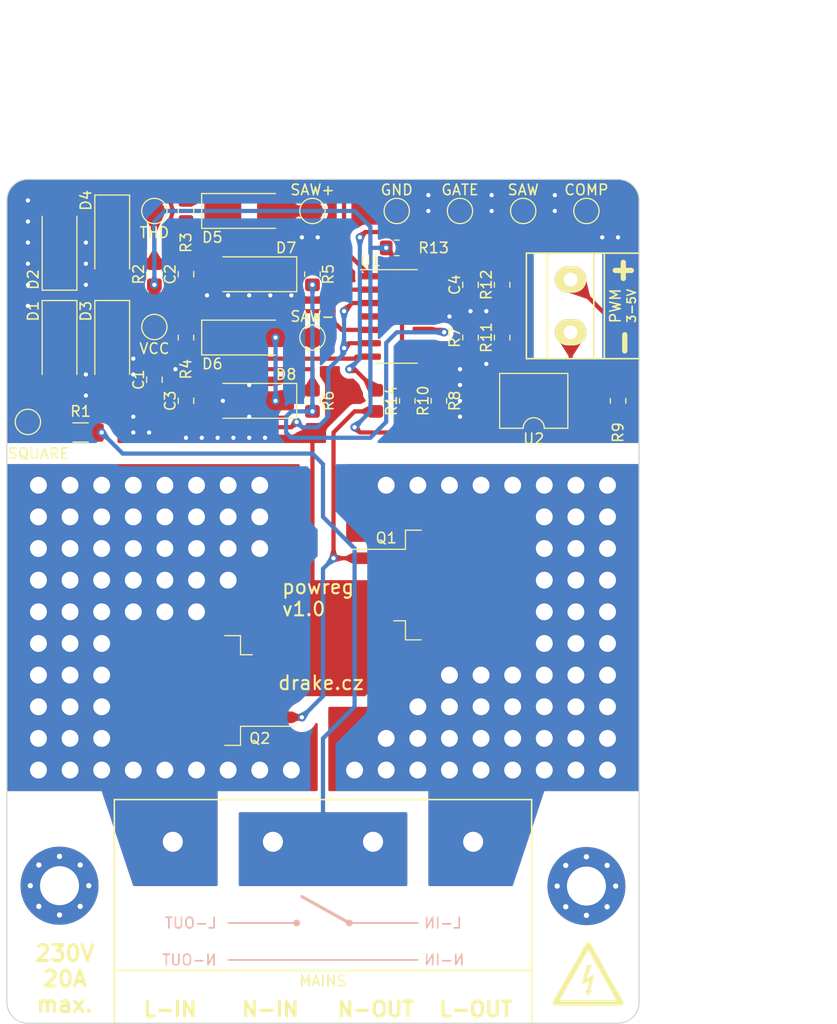
<source format=kicad_pcb>
(kicad_pcb (version 20230410) (generator pcbnew)
  (layers (0 "F.Cu" signal) (31 "B.Cu" signal) (34 "B.Paste" user) (35 "F.Paste" user) (36 "B.SilkS" user "B.Silkscreen") (37 "F.SilkS" user "F.Silkscreen") (38 "B.Mask" user) (39 "F.Mask" user) (44 "Edge.Cuts" user))
  (net 0 "")
  (net 1 "VCC")
  (net 2 "GND")
  (net 3 "Net-(D5-A)")
  (net 4 "Net-(D6-A)")
  (net 5 "Net-(U1D-+)")
  (net 6 "Net-(D1-K)")
  (net 7 "Net-(D1-A)")
  (net 8 "Net-(D4-A)")
  (net 9 "Net-(D5-K)")
  (net 10 "Net-(D6-K)")
  (net 11 "/MAINS_N")
  (net 12 "/MAINS_L_IN")
  (net 13 "/MAINS_L_OUT")
  (net 14 "Net-(J2-Pin_1)")
  (net 15 "Net-(J2-Pin_2)")
  (net 16 "Net-(Q1-G)")
  (net 17 "Net-(U1C-+)")
  (net 18 "Net-(U1C--)")
  (net 19 "Net-(R10-Pad1)")
  (net 20 "Net-(R9-Pad2)")
  (net 21 "Net-(U1D--)")
  (net 22 "Net-(R11-Pad2)")
  (net 23 "Net-(R14-Pad1)")
  (footprint "Diode_SMD:D_SMA_Handsoldering" (layer "F.Cu") (at 123 73)
    (fp_text reference "D5")
    (fp_text value "SS13A")
  )
  (footprint "Resistor_SMD:R_0805_2012Metric_Pad1.20x1.40mm_HandSolder" (layer "F.Cu") (at 147 80 -90)
    (fp_text reference "R12")
    (fp_text value "100k")
  )
  (footprint "Resistor_SMD:R_1206_3216Metric_Pad1.30x1.75mm_HandSolder" (layer "F.Cu") (at 107 94 180)
    (fp_text reference "R1")
    (fp_text value "100k (250mW min.)")
  )
  (footprint "TestPoint:TestPoint_Pad_D2.0mm" (layer "F.Cu") (at 143 73)
    (fp_text reference "TP8" hide)
    (fp_text value "GATE")
  )
  (footprint "Capacitor_SMD:C_0805_2012Metric_Pad1.18x1.45mm_HandSolder" (layer "F.Cu") (at 114 89 -90)
    (fp_text reference "C1")
    (fp_text value "10u/25V")
  )
  (footprint "Package_TO_SOT_SMD:TO-263-2" (layer "F.Cu") (at 142.65 108.46)
    (fp_text reference "Q1")
    (fp_text value "WMM38N60C2")
  )
  (footprint "Capacitor_SMD:C_0805_2012Metric_Pad1.18x1.45mm_HandSolder" (layer "F.Cu") (at 117 91 -90)
    (fp_text reference "C3")
    (fp_text value "100n")
  )
  (footprint "TestPoint:TestPoint_Pad_D2.0mm" (layer "F.Cu") (at 102 93)
    (fp_text reference "TP1" hide)
    (fp_text value "SQUARE")
  )
  (footprint "MountingHole:MountingHole_3.7mm_Pad_Via" (layer "F.Cu") (at 105 136.962221)
    (fp_text reference "H1" hide)
    (fp_text value "MountingHole")
  )
  (footprint "Resistor_SMD:R_0805_2012Metric_Pad1.20x1.40mm_HandSolder" (layer "F.Cu") (at 114 79 90)
    (fp_text reference "R2")
    (fp_text value "1M")
  )
  (footprint "Capacitor_SMD:C_0805_2012Metric_Pad1.18x1.45mm_HandSolder" (layer "F.Cu") (at 144 80 90)
    (fp_text reference "C4")
    (fp_text value "100n")
  )
  (footprint "Diode_SMD:D_SMA_Handsoldering" (layer "F.Cu") (at 110 76 -90)
    (fp_text reference "D4")
    (fp_text value "SS13A")
  )
  (footprint "Resistor_SMD:R_0805_2012Metric_Pad1.20x1.40mm_HandSolder" (layer "F.Cu") (at 158 91 -90)
    (fp_text reference "R9")
    (fp_text value "270")
  )
  (footprint "Package_TO_SOT_SMD:TO-263-2" (layer "F.Cu") (at 117.35 118.46 180)
    (fp_text reference "Q2")
    (fp_text value "WMM38N60C2")
  )
  (footprint "MountingHole:MountingHole_3.7mm_Pad_Via" (layer "F.Cu") (at 155 137)
    (fp_text reference "H2" hide)
    (fp_text value "MountingHole")
  )
  (footprint "Diode_SMD:D_SMA_Handsoldering" (layer "F.Cu") (at 123 79 180)
    (fp_text reference "D7")
    (fp_text value "SS13A")
  )
  (footprint "Resistor_SMD:R_0805_2012Metric_Pad1.20x1.40mm_HandSolder" (layer "F.Cu") (at 141 91 -90)
    (fp_text reference "R8")
    (fp_text value "100k")
  )
  (footprint "Resistor_SMD:R_0805_2012Metric_Pad1.20x1.40mm_HandSolder" (layer "F.Cu") (at 129 79 -90)
    (fp_text reference "R5")
    (fp_text value "1M")
  )
  (footprint "Resistor_SMD:R_0805_2012Metric_Pad1.20x1.40mm_HandSolder" (layer "F.Cu") (at 117 73 -90)
    (fp_text reference "R3")
    (fp_text value "220k")
  )
  (footprint "Diode_SMD:D_SMA_Handsoldering" (layer "F.Cu") (at 105 86 -90)
    (fp_text reference "D1")
    (fp_text value "ES1J")
  )
  (footprint "Resistor_SMD:R_0805_2012Metric_Pad1.20x1.40mm_HandSolder" (layer "F.Cu") (at 138 91 90)
    (fp_text reference "R10")
    (fp_text value "20k")
  )
  (footprint "TestPoint:TestPoint_Pad_D2.0mm" (layer "F.Cu") (at 149 73)
    (fp_text reference "TP6" hide)
    (fp_text value "SAW")
  )
  (footprint "Resistor_SMD:R_0805_2012Metric_Pad1.20x1.40mm_HandSolder" (layer "F.Cu") (at 137 76.5 180)
    (fp_text reference "R13")
    (fp_text value "1M")
  )
  (footprint "Diode_SMD:D_SMA_Handsoldering" (layer "F.Cu") (at 110 86 -90)
    (fp_text reference "D3")
    (fp_text value "SS13A")
  )
  (footprint "TestPoint:TestPoint_Pad_D2.0mm" (layer "F.Cu") (at 129 73)
    (fp_text reference "TP4" hide)
    (fp_text value "SAW+")
  )
  (footprint "Capacitor_SMD:C_0805_2012Metric_Pad1.18x1.45mm_HandSolder" (layer "F.Cu") (at 117 79 -90)
    (fp_text reference "C2")
    (fp_text value "100n")
  )
  (footprint "TestPoint:TestPoint_Pad_D2.0mm" (layer "F.Cu") (at 155 73)
    (fp_text reference "TP7" hide)
    (fp_text value "COMP")
  )
  (footprint "Package_DIP:SMDIP-4_W9.53mm" (layer "F.Cu") (at 150 91 180)
    (fp_text reference "U2")
    (fp_text value "LTV-817S")
  )
  (footprint "Package_SO:SOIC-14_3.9x8.7mm_P1.27mm" (layer "F.Cu") (at 137 83)
    (fp_text reference "U1")
    (fp_text value "LM324")
  )
  (footprint "Drake:DG301-5.0-02" (layer "F.Cu") (at 153.5 84.5 90)
    (fp_text reference "J2" hide)
    (fp_text value "PWM")
  )
  (footprint "Resistor_SMD:R_0805_2012Metric_Pad1.20x1.40mm_HandSolder" (layer "F.Cu") (at 135 91 -90)
    (fp_text reference "R14")
    (fp_text value "3R9")
  )
  (footprint "Diode_SMD:D_SMA_Handsoldering" (layer "F.Cu") (at 105 76 90)
    (fp_text reference "D2")
    (fp_text value "1SMA4747A")
  )
  (footprint "TestPoint:TestPoint_Pad_D2.0mm" (layer "F.Cu") (at 129 85)
    (fp_text reference "TP5" hide)
    (fp_text value "SAW-")
  )
  (footprint "TestPoint:TestPoint_Pad_D2.0mm" (layer "F.Cu") (at 114 73)
    (fp_text reference "TP3" hide)
    (fp_text value "THD")
  )
  (footprint "Resistor_SMD:R_0805_2012Metric_Pad1.20x1.40mm_HandSolder" (layer "F.Cu") (at 117 85 -90)
    (fp_text reference "R4")
    (fp_text value "220k")
  )
  (footprint "Drake:HB-9500-4P" (layer "F.Cu") (at 115.75 132.8)
    (fp_text reference "J1" hide)
    (fp_text value "MAINS")
  )
  (footprint "Diode_SMD:D_SMA_Handsoldering" (layer "F.Cu") (at 123 91 180)
    (fp_text reference "D8")
    (fp_text value "SS13A")
  )
  (footprint "Resistor_SMD:R_0805_2012Metric_Pad1.20x1.40mm_HandSolder" (layer "F.Cu") (at 129 91 -90)
    (fp_text reference "R6")
    (fp_text value "1M")
  )
  (footprint "Diode_SMD:D_SMA_Handsoldering" (layer "F.Cu") (at 123 85)
    (fp_text reference "D6")
    (fp_text value "SS13A")
  )
  (footprint "Resistor_SMD:R_0805_2012Metric_Pad1.20x1.40mm_HandSolder" (layer "F.Cu") (at 144 85 -90)
    (fp_text reference "R7")
    (fp_text value "82k")
  )
  (footprint "TestPoint:TestPoint_Pad_D2.0mm" (layer "F.Cu") (at 114 84)
    (fp_text reference "TP2" hide)
    (fp_text value "VCC")
  )
  (footprint "TestPoint:TestPoint_Pad_D2.0mm" (layer "F.Cu") (at 137 73)
    (fp_text reference "TP9" hide)
    (fp_text value "GND")
  )
  (footprint "Resistor_SMD:R_0805_2012Metric_Pad1.20x1.40mm_HandSolder" (layer "F.Cu") (at 147 85 -90)
    (fp_text reference "R11")
    (fp_text value "100k")
  )
  (gr_line (start 139 144) (end 121 144) (stroke (width 0.15)) (layer "B.SilkS"))
  (gr_circle (center 127.5 140.5) (end 127.75 140.5) (stroke (width 0.15)) (fill solid) (layer "B.SilkS"))
  (gr_line (start 132.5 140.5) (end 128 138) (stroke (width 0.3)) (layer "B.SilkS"))
  (gr_circle (center 132.5 140.5) (end 132.75 140.5) (stroke (width 0.15)) (fill solid) (layer "B.SilkS"))
  (gr_line (start 127.5 140.5) (end 121 140.5) (stroke (width 0.15)) (layer "B.SilkS"))
  (gr_line (start 139 140.5) (end 132.5 140.5) (stroke (width 0.15)) (layer "B.SilkS"))
  (gr_poly (pts (xy 155.193942 142.325955) (xy 155.205652 142.327055) (xy 155.217341 142.328734) (xy 155.228989 142.330999) (xy 155.240575 142.333855) (xy 155.252077 142.337308) (xy 155.263476 142.341364) (xy 155.274751 142.346028) (xy 155.28588 142.351307) (xy 155.296843 142.357205) (xy 155.307504 142.363649) (xy 155.317715 142.37055) (xy 155.327472 142.377887) (xy 155.336768 142.38564) (xy 155.345598 142.393787) (xy 155.353956 142.402309) (xy 155.361837 142.411185) (xy 155.369234 142.420393) (xy 155.376143 142.429913) (xy 155.382557 142.439724) (xy 155.388471 142.449806) (xy 155.393879 142.460137) (xy 155.398776 142.470698) (xy 155.403156 142.481466) (xy 155.407013 142.492423) (xy 155.410341 142.503546) (xy 155.413135 142.514816) (xy 155.41539 142.52621) (xy 155.417099 142.53771) (xy 155.418257 142.549293) (xy 155.418858 142.56094) (xy 155.418897 142.572629) (xy 155.418367 142.58434) (xy 155.417264 142.596052) (xy 155.415581 142.607745) (xy 155.413313 142.619396) (xy 155.410455 142.630987) (xy 155.407 142.642496) (xy 155.402943 142.653902) (xy 155.398278 142.665185) (xy 155.393 142.676324) (xy 155.387102 142.687298) (xy 152.240931 148.20303) (xy 152.236645 148.210283) (xy 152.232148 148.217331) (xy 152.227446 148.224174) (xy 152.222545 148.230809) (xy 152.217452 148.237234) (xy 152.212174 148.243449) (xy 152.206716 148.249451) (xy 152.201085 148.255238) (xy 152.195287 148.260809) (xy 152.189329 148.266163) (xy 152.183218 148.271296) (xy 152.176958 148.276209) (xy 152.170557 148.280898) (xy 152.164022 148.285363) (xy 152.157358 148.289602) (xy 152.150572 148.293612) (xy 152.14367 148.297392) (xy 152.136658 148.300941) (xy 152.129544 148.304257) (xy 152.122333 148.307338) (xy 152.115032 148.310182) (xy 152.107647 148.312788) (xy 152.09265 148.317277) (xy 152.077394 148.320793) (xy 152.069685 148.322181) (xy 152.06193 148.323321) (xy 152.054136 148.32421) (xy 152.046309 148.324848) (xy 152.038455 148.325231) (xy 152.030585 148.32536) (xy 152.022956 148.325238) (xy 152.015318 148.32487) (xy 152.007681 148.324257) (xy 152.00005 148.323397) (xy 151.992431 148.322289) (xy 151.984828 148.320931) (xy 151.977248 148.319323) (xy 151.969696 148.317463) (xy 151.962178 148.315351) (xy 151.954699 148.312986) (xy 151.947265 148.310366) (xy 151.93988 148.30749) (xy 151.932552 148.304357) (xy 151.925285 148.300967) (xy 151.918084 148.297317) (xy 151.910956 148.293408) (xy 151.900295 148.286968) (xy 151.890083 148.280071) (xy 151.880326 148.272737) (xy 151.87103 148.264987) (xy 151.862199 148.256842) (xy 151.853841 148.248323) (xy 151.845959 148.23945) (xy 151.838561 148.230244) (xy 151.831652 148.220725) (xy 151.825236 148.210915) (xy 151.819321 148.200835) (xy 151.813912 148.190504) (xy 151.809013 148.179944) (xy 151.804632 148.169175) (xy 151.800773 148.158219) (xy 151.797442 148.147095) (xy 151.794645 148.135825) (xy 151.792387 148.12443) (xy 151.790675 148.112929) (xy 151.789513 148.101345) (xy 151.788908 148.089697) (xy 151.788864 148.078006) (xy 151.789388 148.066293) (xy 151.790486 148.05458) (xy 151.792162 148.042885) (xy 151.794423 148.031231) (xy 151.797275 148.019638) (xy 151.800722 148.008127) (xy 151.80477 147.996718) (xy 151.809426 147.985433) (xy 151.814695 147.974291) (xy 151.820582 147.963314) (xy 154.966757 142.447567) (xy 154.973202 142.436906) (xy 154.980104 142.426694) (xy 154.987443 142.416936) (xy 154.995198 142.407638) (xy 155.003348 142.398805) (xy 155.011873 142.390444) (xy 155.020752 142.38256) (xy 155.029963 142.375158) (xy 155.039487 142.368246) (xy 155.049301 142.361827) (xy 155.059387 142.355908) (xy 155.069722 142.350495) (xy 155.080286 142.345594) (xy 155.091058 142.341209) (xy 155.102017 142.337347) (xy 155.113143 142.334013) (xy 155.124415 142.331214) (xy 155.135812 142.328955) (xy 155.147313 142.327241) (xy 155.158897 142.326078) (xy 155.170544 142.325472) (xy 155.182232 142.32543)) (stroke (width 0.014405)) (fill solid) (layer "F.SilkS"))
  (gr_poly (pts (xy 155.184965 142.325515) (xy 155.196607 142.3262) (xy 155.208181 142.327442) (xy 155.219668 142.329236) (xy 155.231045 142.331576) (xy 155.242294 142.334456) (xy 155.253393 142.337869) (xy 155.264321 142.341811) (xy 155.275058 142.346274) (xy 155.285584 142.351253) (xy 155.295877 142.356742) (xy 155.305916 142.362736) (xy 155.315682 142.369227) (xy 155.325154 142.376211) (xy 155.33431 142.383682) (xy 155.343131 142.391632) (xy 155.351595 142.400057) (xy 155.359682 142.408951) (xy 155.367371 142.418308) (xy 155.374642 142.428121) (xy 155.381474 142.438385) (xy 155.387846 142.449093) (xy 158.483595 147.96484) (xy 158.489418 147.975858) (xy 158.494621 147.987037) (xy 158.499209 147.998356) (xy 158.503188 148.009795) (xy 158.506564 148.021332) (xy 158.509343 148.032948) (xy 158.511531 148.044621) (xy 158.513132 148.05633) (xy 158.514155 148.068055) (xy 158.514603 148.079776) (xy 158.514483 148.091471) (xy 158.513801 148.10312) (xy 158.512563 148.114702) (xy 158.510774 148.126196) (xy 158.508441 148.137582) (xy 158.505568 148.148838) (xy 158.502163 148.159945) (xy 158.49823 148.170881) (xy 158.493776 148.181626) (xy 158.488807 148.192159) (xy 158.483328 148.20246) (xy 158.477344 148.212506) (xy 158.470863 148.222279) (xy 158.46389 148.231757) (xy 158.45643 148.240919) (xy 158.44849 148.249744) (xy 158.440075 148.258213) (xy 158.431192 148.266304) (xy 158.421845 148.273997) (xy 158.412041 148.28127) (xy 158.401786 148.288103) (xy 158.391085 148.294476) (xy 158.384011 148.298253) (xy 158.376869 148.301779) (xy 158.369664 148.305056) (xy 158.362401 148.308084) (xy 158.355087 148.310865) (xy 158.347727 148.313399) (xy 158.340326 148.315687) (xy 158.33289 148.31773) (xy 158.325425 148.31953) (xy 158.317935 148.321086) (xy 158.310427 148.322401) (xy 158.302905 148.323474) (xy 158.295376 148.324307) (xy 158.287845 148.324901) (xy 158.280317 148.325257) (xy 158.272799 148.325375) (xy 158.272803 148.32536) (xy 158.256962 148.324839) (xy 158.241231 148.323288) (xy 158.225664 148.320721) (xy 158.21031 148.317153) (xy 158.195222 148.312599) (xy 158.180451 148.307074) (xy 158.166048 148.300592) (xy 158.152066 148.293169) (xy 158.138554 148.28482) (xy 158.125566 148.275559) (xy 158.113153 148.265402) (xy 158.101366 148.254363) (xy 158.090256 148.242457) (xy 158.079875 148.229699) (xy 158.070275 148.216104) (xy 158.061507 148.201687) (xy 154.965754 142.68594) (xy 154.959931 142.674923) (xy 154.954728 142.663745) (xy 154.950141 142.652428) (xy 154.946162 142.640993) (xy 154.942787 142.629459) (xy 154.940009 142.617848) (xy 154.937823 142.60618) (xy 154.936223 142.594477) (xy 154.935202 142.582757) (xy 154.934756 142.571043) (xy 154.934878 142.559355) (xy 154.935562 142.547714) (xy 154.936803 142.536139) (xy 154.938594 142.524653) (xy 154.940931 142.513275) (xy 154.943806 142.502026) (xy 154.947215 142.490927) (xy 154.951152 142.479999) (xy 154.95561 142.469261) (xy 154.960584 142.458736) (xy 154.966067 142.448443) (xy 154.972055 142.438403) (xy 154.978541 142.428637) (xy 154.98552 142.419165) (xy 154.992985 142.410009) (xy 155.000932 142.401188) (xy 155.009353 142.392724) (xy 155.018243 142.384637) (xy 155.027596 142.376948) (xy 155.037407 142.369677) (xy 155.04767 142.362845) (xy 155.058379 142.356472) (xy 155.069396 142.350633) (xy 155.080574 142.345417) (xy 155.091891 142.340817) (xy 155.103327 142.336828) (xy 155.114861 142.333445) (xy 155.126472 142.33066) (xy 155.13814 142.328468) (xy 155.149844 142.326864) (xy 155.161563 142.325841) (xy 155.173277 142.325393)) (stroke (width 0.014405)) (fill solid) (layer "F.SilkS"))
  (gr_poly (pts (xy 154.958315 145.744076) (xy 155.747023 145.433178) (xy 155.352557 146.881649) (xy 155.511866 146.877957) (xy 155.125105 147.450512) (xy 154.905192 146.862759) (xy 155.072035 146.851284) (xy 155.29954 145.994381) (xy 154.5563 146.290142) (xy 155.072035 144.490887) (xy 155.527048 144.490841)) (stroke (width 0.014405)) (fill solid) (layer "F.SilkS"))
  (gr_poly (pts (xy 152.030588 148.32536) (xy 152.030581 148.32536) (xy 152.030585 148.32536)) (stroke (width 0.014405)) (fill solid) (layer "F.SilkS"))
  (gr_line (start 155.176909 142.567425) (end 152.030733 148.083157) (stroke (width 0.014405)) (layer "F.SilkS"))
  (gr_line (start 149.8 145) (end 149.8 150) (stroke (width 0.15)) (layer "F.SilkS"))
  (gr_line (start 156.7 77) (end 160 77) (stroke (width 0.15)) (layer "F.SilkS"))
  (gr_line (start 110.2 145) (end 110.2 150) (stroke (width 0.15)) (layer "F.SilkS"))
  (gr_line (start 156.7 87) (end 160 87) (stroke (width 0.15)) (layer "F.SilkS"))
  (gr_poly (pts (xy 158.285111 147.841468) (xy 158.2974 147.842403) (xy 158.309512 147.843943) (xy 158.321429 147.846073) (xy 158.333138 147.848777) (xy 158.344622 147.852041) (xy 158.355867 147.855848) (xy 158.366858 147.860184) (xy 158.377579 147.865034) (xy 158.388014 147.870381) (xy 158.39815 147.876212) (xy 158.40797 147.88251) (xy 158.417459 147.88926) (xy 158.426603 147.896448) (xy 158.435385 147.904057) (xy 158.443791 147.912074) (xy 158.451806 147.920481) (xy 158.459414 147.929265) (xy 158.466599 147.938409) (xy 158.473348 147.947899) (xy 158.479644 147.95772) (xy 158.485472 147.967855) (xy 158.490818 147.978291) (xy 158.495666 147.989011) (xy 158.5 148) (xy 158.503806 148.011244) (xy 158.507068 148.022726) (xy 158.509771 148.034432) (xy 158.5119 148.046347) (xy 158.513439 148.058454) (xy 158.514374 148.07074) (xy 158.514689 148.083187) (xy 158.514369 148.095654) (xy 158.51343 148.107956) (xy 158.511888 148.120078) (xy 158.509758 148.132004) (xy 158.507054 148.14372) (xy 158.503793 148.15521) (xy 158.499988 148.16646) (xy 158.495656 148.177454) (xy 158.490811 148.188177) (xy 158.485468 148.198614) (xy 158.479644 148.20875) (xy 158.473351 148.21857) (xy 158.466607 148.228058) (xy 158.459425 148.237199) (xy 158.451822 148.245979) (xy 158.443811 148.254382) (xy 158.435409 148.262392) (xy 158.426631 148.269996) (xy 158.41749 148.277177) (xy 158.408004 148.283921) (xy 158.398186 148.290213) (xy 158.388053 148.296037) (xy 158.377618 148.301378) (xy 158.366897 148.306221) (xy 158.355906 148.310551) (xy 158.344659 148.314352) (xy 158.333172 148.317611) (xy 158.321459 148.320311) (xy 158.309537 148.322437) (xy 158.297419 148.323974) (xy 158.285121 148.324908) (xy 158.272658 148.325222) (xy 152.030733 148.325222) (xy 152.018281 148.324908) (xy 152.005991 148.323974) (xy 151.993881 148.322436) (xy 151.981963 148.320309) (xy 151.970255 148.317609) (xy 151.958771 148.31435) (xy 151.947526 148.310547) (xy 151.936536 148.306216) (xy 151.925815 148.301372) (xy 151.915379 148.296031) (xy 151.905244 148.290206) (xy 151.895424 148.283913) (xy 151.885935 148.277168) (xy 151.876792 148.269986) (xy 151.868009 148.262382) (xy 151.859603 148.25437) (xy 151.851589 148.245967) (xy 151.843981 148.237186) (xy 151.836795 148.228044) (xy 151.830047 148.218556) (xy 151.823751 148.208737) (xy 151.817922 148.198601) (xy 151.812577 148.188164) (xy 151.807729 148.177441) (xy 151.803395 148.166448) (xy 151.799589 148.155199) (xy 151.796327 148.14371) (xy 151.793624 148.131995) (xy 151.791495 148.12007) (xy 151.789956 148.107951) (xy 151.789021 148.095651) (xy 151.788706 148.083187) (xy 151.789021 148.07074) (xy 151.789955 148.058454) (xy 151.791494 148.046347) (xy 151.793622 148.034432) (xy 151.796324 148.022726) (xy 151.799584 148.011244) (xy 151.803389 148) (xy 151.807721 147.989011) (xy 151.812567 147.978291) (xy 151.817911 147.967855) (xy 151.823737 147.95772) (xy 151.830032 147.947899) (xy 151.836779 147.938409) (xy 151.843963 147.929265) (xy 151.851569 147.920481) (xy 151.859582 147.912074) (xy 151.867987 147.904057) (xy 151.876768 147.896448) (xy 151.88591 147.88926) (xy 151.895399 147.88251) (xy 151.905219 147.876212) (xy 151.915354 147.870381) (xy 151.92579 147.865034) (xy 151.936511 147.860184) (xy 151.947503 147.855848) (xy 151.95875 147.852041) (xy 151.970236 147.848777) (xy 151.981947 147.846073) (xy 151.993867 147.843943) (xy 152.005982 147.842403) (xy 152.018276 147.841468) (xy 152.030733 147.841153) (xy 158.272658 147.841153)) (stroke (width 0.014405)) (fill solid) (layer "F.SilkS"))
  (gr_line (start 158 150) (end 102 150) (stroke (width 0.1)) (layer "Edge.Cuts"))
  (gr_line (start 160 72) (end 160 148) (stroke (width 0.1)) (layer "Edge.Cuts"))
  (gr_line (start 102 70) (end 158 70) (stroke (width 0.1)) (layer "Edge.Cuts"))
  (gr_arc (start 102 150) (mid 100.585786 149.414214) (end 100 148) (stroke (width 0.1)) (layer "Edge.Cuts"))
  (gr_arc (start 158 70) (mid 159.414214 70.585786) (end 160 72) (stroke (width 0.1)) (layer "Edge.Cuts"))
  (gr_arc (start 160 148) (mid 159.414214 149.414214) (end 158 150) (stroke (width 0.1)) (layer "Edge.Cuts"))
  (gr_line (start 100 148) (end 100 72) (stroke (width 0.1)) (layer "Edge.Cuts"))
  (gr_arc (start 100 72) (mid 100.585786 70.585786) (end 102 70) (stroke (width 0.1)) (layer "Edge.Cuts"))
  (gr_text "N-IN" (at 139.5 144) (layer "B.SilkS") (effects (font (size 1 1)) (justify right mirror)))
  (gr_text "L-IN" (at 139.5 140.5) (layer "B.SilkS") (effects (font (size 1 1)) (justify right mirror)))
  (gr_text "L-OUT" (at 120 140.5) (layer "B.SilkS") (effects (font (size 1 1)) (justify left mirror)))
  (gr_text "N-OUT" (at 120 144) (layer "B.SilkS") (effects (font (size 1 1)) (justify left mirror)))
  (gr_text "3-5V" (at 159.75 82 90) (layer "F.SilkS") (effects (font (size 0.8 0.8)) (justify bottom)))
  (gr_text "230V\n20A\nmax." (at 105.5 142.5) (layer "F.SilkS") (effects (font (size 1.5 1.5) (thickness 0.3) bold) (justify top)))
  (gr_text "drake.cz" (at 134 118.5) (layer "F.SilkS") (effects (font (size 1.3 1.3) (thickness 0.2)) (justify right bottom)))
  (gr_text "N-OUT" (at 135 149.5) (layer "F.SilkS") (effects (font (size 1.4 1.4) (thickness 0.3) bold) (justify bottom)))
  (gr_text "-" (at 158.5 85.5 90) (layer "F.SilkS") (effects (font (size 2 2) (thickness 0.5) bold)))
  (gr_text "+" (at 158.5 78.5) (layer "F.SilkS") (effects (font (size 2 2) (thickness 0.5) bold)))
  (gr_text "L-OUT" (at 144.5 149.5) (layer "F.SilkS") (effects (font (size 1.4 1.4) (thickness 0.3) bold) (justify bottom)))
  (gr_text "L-IN" (at 115.5 149.5) (layer "F.SilkS") (effects (font (size 1.4 1.4) (thickness 0.3) bold) (justify bottom)))
  (gr_text "N-IN" (at 125 149.5) (layer "F.SilkS") (effects (font (size 1.4 1.4) (thickness 0.3) bold) (justify bottom)))
  (gr_text "powreg\nv1.0\n" (at 126 111.5) (layer "F.SilkS") (effects (font (size 1.3 1.3) (thickness 0.2)) (justify left bottom)))
  (segment (start 114 84) (end 114 87.9625) (width 0.4) (layer "F.Cu") (net 1))
  (segment (start 143.505 94) (end 145.235 92.27) (width 0.4) (layer "F.Cu") (net 1))
  (segment (start 134.525 83) (end 136 83) (width 0.4) (layer "F.Cu") (net 1))
  (segment (start 136.5 82.5) (end 136.5 77) (width 0.4) (layer "F.Cu") (net 1))
  (segment (start 136.5 77) (end 136 76.5) (width 0.4) (layer "F.Cu") (net 1))
  (segment (start 110.5 84) (end 110 83.5) (width 0.4) (layer "F.Cu") (net 1))
  (segment (start 136 83) (end 136.5 82.5) (width 0.4) (layer "F.Cu") (net 1))
  (segment (start 114 84) (end 114 80) (width 0.4) (layer "F.Cu") (net 1))
  (segment (start 133.5 94) (end 143.505 94) (width 0.4) (layer "F.Cu") (net 1))
  (segment (start 114 84) (end 110.5 84) (width 0.4) (layer "F.Cu") (net 1))
  (segment (start 133 93.5) (end 133.5 94) (width 0.4) (layer "F.Cu") (net 1))
  (via (at 114 80) (size 0.8) (drill 0.4) (layers "F.Cu" "B.Cu") (net 1))
  (via (at 136 76.5) (size 0.8) (drill 0.4) (layers "F.Cu" "B.Cu") (net 1))
  (via (at 133 93.5) (size 0.8) (drill 0.4) (layers "F.Cu" "B.Cu") (net 1))
  (segment (start 133 73) (end 115 73) (width 0.4) (layer "B.Cu") (net 1))
  (segment (start 114 74) (end 114 80) (width 0.4) (layer "B.Cu") (net 1))
  (segment (start 134.5 78) (end 134.5 76.5) (width 0.4) (layer "B.Cu") (net 1))
  (segment (start 134.5 76.5) (end 136 76.5) (width 0.4) (layer "B.Cu") (net 1))
  (segment (start 133 93.5) (end 134.5 92) (width 0.4) (layer "B.Cu") (net 1))
  (segment (start 115 73) (end 114 74) (width 0.4) (layer "B.Cu") (net 1))
  (segment (start 134.5 74.5) (end 133 73) (width 0.4) (layer "B.Cu") (net 1))
  (segment (start 134.5 92) (end 134.5 78) (width 0.4) (layer "B.Cu") (net 1))
  (segment (start 134.5 78) (end 134.5 74.5) (width 0.4) (layer "B.Cu") (net 1))
  (segment (start 129 109) (end 129 94) (width 0.4) (layer "F.Cu") (net 2))
  (via (at 113.5 94) (size 0.8) (drill 0.4) (layers "F.Cu" "B.Cu") (net 2))
  (via (at 118.5 94.5) (size 0.8) (drill 0.4) (layers "F.Cu" "B.Cu") (net 2))
  (via (at 102 82) (size 0.8) (drill 0.4) (layers "F.Cu" "B.Cu") (net 2))
  (via (at 143 88) (size 0.8) (drill 0.4) (layers "F.Cu" "B.Cu") (net 2))
  (via (at 107.5 90.5) (size 0.8) (drill 0.4) (layers "F.Cu" "B.Cu") (net 2))
  (via (at 121.5 94.5) (size 0.8) (drill 0.4) (layers "F.Cu" "B.Cu") (net 2))
  (via (at 120.5 91) (size 0.8) (drill 0.4) (layers "F.Cu" "B.Cu") (net 2))
  (via (at 116 88) (size 0.8) (drill 0.4) (layers "F.Cu" "B.Cu") (net 2))
  (via (at 107.5 80) (size 0.8) (drill 0.4) (layers "F.Cu" "B.Cu") (net 2))
  (via (at 112 92.5) (size 0.8) (drill 0.4) (layers "F.Cu" "B.Cu") (net 2))
  (via (at 119 81) (size 0.8) (drill 0.4) (layers "F.Cu" "B.Cu") (net 2))
  (via (at 143 89.5) (size 0.8) (drill 0.4) (layers "F.Cu" "B.Cu") (net 2))
  (via (at 145.5 87.5) (size 0.8) (drill 0.4) (layers "F.Cu" "B.Cu") (net 2))
  (via (at 129.5 75.5) (size 0.8) (drill 0.4) (layers "F.Cu" "B.Cu") (net 2))
  (via (at 152 73) (size 0.8) (drill 0.4) (layers "F.Cu" "B.Cu") (net 2))
  (via (at 145.5 82.5) (size 0.8) (drill 0.4) (layers "F.Cu" "B.Cu") (net 2))
  (via (at 140 73) (size 0.8) (drill 0.4) (layers "F.Cu" "B.Cu") (net 2))
  (via (at 144 82.5) (size 0.8) (drill 0.4) (layers "F.Cu" "B.Cu") (net 2))
  (via (at 107.5 76) (size 0.8) (drill 0.4) (layers "F.Cu" "B.Cu") (net 2))
  (via (at 121 81) (size 0.8) (drill 0.4) (layers "F.Cu" "B.Cu") (net 2))
  (via (at 125 81) (size 0.8) (drill 0.4) (layers "F.Cu" "B.Cu") (net 2))
  (via (at 123 89.5) (size 0.8) (drill 0.4) (layers "F.Cu" "B.Cu") (net 2))
  (via (at 143 92.5) (size 0.8) (drill 0.4) (layers "F.Cu" "B.Cu") (net 2))
  (via (at 123 81) (size 0.8) (drill 0.4) (layers "F.Cu" "B.Cu") (net 2))
  (via (at 146 73) (size 0.8) (drill 0.4) (layers "F.Cu" "B.Cu") (net 2))
  (via (at 152 71.5) (size 0.8) (drill 0.4) (layers "F.Cu" "B.Cu") (net 2))
  (via (at 102 72) (size 0.8) (drill 0.4) (layers "F.Cu" "B.Cu") (net 2))
  (via (at 158 75.5) (size 0.8) (drill 0.4) (layers "F.Cu" "B.Cu") (net 2))
  (via (at 107.5 78) (size 0.8) (drill 0.4) (layers "F.Cu" "B.Cu") (net 2))
  (via (at 102 80) (size 0.8) (drill 0.4) (layers "F.Cu" "B.Cu") (net 2))
  (via (at 142 83) (size 0.8) (drill 0.4) (layers "F.Cu" "B.Cu") (net 2))
  (via (at 112 94) (size 0.8) (drill 0.4) (layers "F.Cu" "B.Cu") (net 2))
  (via (at 156.5 75.5) (size 0.8) (drill 0.4) (layers "F.Cu" "B.Cu") (net 2))
  (via (at 102 74) (size 0.8) (drill 0.4) (layers "F.Cu" "B.Cu") (net 2))
  (via (at 124.5 94.5) (size 0.8) (drill 0.4) (layers "F.Cu" "B.Cu") (net 2))
  (via (at 128 75.5) (size 0.8) (drill 0.4) (layers "F.Cu" "B.Cu") (net 2))
  (via (at 102 76) (size 0.8) (drill 0.4) (layers "F.Cu" "B.Cu") (net 2))
  (via (at 102 78) (size 0.8) (drill 0.4) (layers "F.Cu" "B.Cu") (net 2))
  (via (at 112 88.5) (size 0.8) (drill 0.4) (layers "F.Cu" "B.Cu") (net 2))
  (via (at 107.5 88.5) (size 0.8) (drill 0.4) (layers "F.Cu" "B.Cu") (net 2))
  (via (at 123 92.5) (size 0.8) (drill 0.4) (layers "F.Cu" "B.Cu") (net 2))
  (via (at 120 94.5) (size 0.8) (drill 0.4) (layers "F.Cu" "B.Cu") (net 2))
  (via (at 140 71.5) (size 0.8) (drill 0.4) (layers "F.Cu" "B.Cu") (net 2))
  (via (at 123 94.5) (size 0.8) (drill 0.4) (layers "F.Cu" "B.Cu") (net 2))
  (via (at 146 71.5) (size 0.8) (drill 0.4) (layers "F.Cu" "B.Cu") (net 2))
  (via (at 143 91) (size 0.8) (drill 0.4) (layers "F.Cu" "B.Cu") (net 2))
  (via (at 127 81) (size 0.8) (drill 0.4) (layers "F.Cu" "B.Cu") (net 2))
  (via (at 112 87) (size 0.8) (drill 0.4) (layers "F.Cu" "B.Cu") (net 2))
  (via (at 117 94.5) (size 0.8) (drill 0.4) (layers "F.Cu" "B.Cu") (net 2))
  (segment (start 125.5 73) (end 125.5 76) (width 0.4) (layer "F.Cu") (net 3))
  (segment (start 125.5 76) (end 125.5 79) (width 0.4) (layer "F.Cu") (net 3))
  (segment (start 129 73) (end 125.5 73) (width 0.4) (layer "F.Cu") (net 3))
  (segment (start 117 76) (end 117 77.9625) (width 0.4) (layer "F.Cu") (net 3))
  (segment (start 117 74) (end 117 76) (width 0.4) (layer "F.Cu") (net 3))
  (segment (start 126.5 78) (end 125.5 79) (width 0.4) (layer "F.Cu") (net 3))
  (segment (start 117 76) (end 125.5 76) (width 0.4) (layer "F.Cu") (net 3))
  (segment (start 129 78) (end 126.5 78) (width 0.4) (layer "F.Cu") (net 3))
  (segment (start 126.5 90) (end 125.5 91) (width 0.4) (layer "F.Cu") (net 4))
  (segment (start 129 90) (end 129 88) (width 0.4) (layer "F.Cu") (net 4))
  (segment (start 129 90) (end 126.5 90) (width 0.4) (layer "F.Cu") (net 4))
  (segment (start 117 88) (end 117 86) (width 0.4) (layer "F.Cu") (net 4))
  (segment (start 117 88) (end 129 88) (width 0.4) (layer "F.Cu") (net 4))
  (segment (start 117 89.9625) (end 117 88) (width 0.4) (layer "F.Cu") (net 4))
  (segment (start 129 85) (end 125.5 85) (width 0.4) (layer "F.Cu") (net 4))
  (via (at 125.5 85) (size 0.8) (drill 0.4) (layers "F.Cu" "B.Cu") (net 4))
  (via (at 125.5 91) (size 0.8) (drill 0.4) (layers "F.Cu" "B.Cu") (net 4))
  (segment (start 125.5 85) (end 125.5 91) (width 0.4) (layer "B.Cu") (net 4))
  (segment (start 139.475 81.73) (end 143.3075 81.73) (width 0.4) (layer "F.Cu") (net 5))
  (segment (start 149 77) (end 151 75) (width 0.4) (layer "F.Cu") (net 5))
  (segment (start 149 80) (end 149 77) (width 0.4) (layer "F.Cu") (net 5))
  (segment (start 148 81) (end 149 80) (width 0.4) (layer "F.Cu") (net 5))
  (segment (start 144.0375 81) (end 144 81.0375) (width 0.4) (layer "F.Cu") (net 5))
  (segment (start 143.3075 81.73) (end 144 81.0375) (width 0.4) (layer "F.Cu") (net 5))
  (segment (start 147 84) (end 147 81) (width 0.4) (layer "F.Cu") (net 5))
  (segment (start 153 75) (end 155 73) (width 0.4) (layer "F.Cu") (net 5))
  (segment (start 151 75) (end 153 75) (width 0.4) (layer "F.Cu") (net 5))
  (segment (start 147 81) (end 148 81) (width 0.4) (layer "F.Cu") (net 5))
  (segment (start 147 81) (end 144.0375 81) (width 0.4) (layer "F.Cu") (net 5))
  (segment (start 134.525 85.54) (end 132.46 85.54) (width 0.4) (layer "F.Cu") (net 6))
  (segment (start 127.5 93) (end 127 93.5) (width 0.4) (layer "F.Cu") (net 6))
  (segment (start 110 88.5) (end 105 83.5) (width 0.4) (layer "F.Cu") (net 6))
  (segment (start 105 78.5) (end 105 83.5) (width 0.4) (layer "F.Cu") (net 6))
  (segment (start 115 93.5) (end 110 88.5) (width 0.4) (layer "F.Cu") (net 6))
  (segment (start 132.46 85.54) (end 132 86) (width 0.4) (layer "F.Cu") (net 6))
  (segment (start 132.77 81.73) (end 132 82.5) (width 0.4) (layer "F.Cu") (net 6))
  (segment (start 134.525 81.73) (end 132.77 81.73) (width 0.4) (layer "F.Cu") (net 6))
  (segment (start 102 86.5) (end 105 83.5) (width 0.4) (layer "F.Cu") (net 6))
  (segment (start 127 93.5) (end 115 93.5) (width 0.4) (layer "F.Cu") (net 6))
  (segment (start 102 93) (end 102 86.5) (width 0.4) (layer "F.Cu") (net 6))
  (via (at 132 86) (size 0.8) (drill 0.4) (layers "F.Cu" "B.Cu") (net 6))
  (via (at 127.5 93) (size 0.8) (drill 0.4) (layers "F.Cu" "B.Cu") (net 6))
  (via (at 132 82.5) (size 0.8) (drill 0.4) (layers "F.Cu" "B.Cu") (net 6))
  (segment (start 130.5 88) (end 132 86.5) (width 0.4) (layer "B.Cu") (net 6))
  (segment (start 128 93.5) (end 129.5 93.5) (width 0.4) (layer "B.Cu") (net 6))
  (segment (start 130.5 92.5) (end 130.5 88) (width 0.4) (layer "B.Cu") (net 6))
  (segment (start 132 86.5) (end 132 86) (width 0.4) (layer "B.Cu") (net 6))
  (segment (start 132 82.5) (end 132 86) (width 0.4) (layer "B.Cu") (net 6))
  (segment (start 127.5 93) (end 128 93.5) (width 0.4) (layer "B.Cu") (net 6))
  (segment (start 129.5 93.5) (end 130.5 92.5) (width 0.4) (layer "B.Cu") (net 6))
  (segment (start 105.45 94) (end 105.45 88.95) (width 0.4) (layer "F.Cu") (net 7))
  (segment (start 105.45 88.95) (end 105 88.5) (width 0.4) (layer "F.Cu") (net 7))
  (segment (start 134.525 80.46) (end 132.04 80.46) (width 0.4) (layer "F.Cu") (net 8))
  (segment (start 114 73) (end 114 78) (width 0.4) (layer "F.Cu") (net 8))
  (segment (start 131 81.5) (end 131 82.5) (width 0.4) (layer "F.Cu") (net 8))
  (segment (start 114 78) (end 115 78) (width 0.4) (layer "F.Cu") (net 8))
  (segment (start 115.5 81.5) (end 116.5 82.5) (width 0.4) (layer "F.Cu") (net 8))
  (segment (start 131.77 84.27) (end 134.525 84.27) (width 0.4) (layer "F.Cu") (net 8))
  (segment (start 115 78) (end 115.5 78.5) (width 0.4) (layer "F.Cu") (net 8))
  (segment (start 115.5 78.5) (end 115.5 81.5) (width 0.4) (layer "F.Cu") (net 8))
  (segment (start 116.5 82.5) (end 131 82.5) (width 0.4) (layer "F.Cu") (net 8))
  (segment (start 110.5 78) (end 110 78.5) (width 0.4) (layer "F.Cu") (net 8))
  (segment (start 114 78) (end 110.5 78) (width 0.4) (layer "F.Cu") (net 8))
  (segment (start 131 82.5) (end 131 83.5) (width 0.4) (layer "F.Cu") (net 8))
  (segment (start 132.04 80.46) (end 131 81.5) (width 0.4) (layer "F.Cu") (net 8))
  (segment (start 131 83.5) (end 131.77 84.27) (width 0.4) (layer "F.Cu") (net 8))
  (segment (start 122 71) (end 120.5 72.5) (width 0.4) (layer "F.Cu") (net 9))
  (segment (start 117 72) (end 119.5 72) (width 0.4) (layer "F.Cu") (net 9))
  (segment (start 132 72) (end 131 71) (width 0.4) (layer "F.Cu") (net 9))
  (segment (start 132 76.665) (end 132 72) (width 0.4) (layer "F.Cu") (net 9))
  (segment (start 120.5 72.5) (end 120.5 73) (width 0.4) (layer "F.Cu") (net 9))
  (segment (start 134.525 79.19) (end 132 76.665) (width 0.4) (layer "F.Cu") (net 9))
  (segment (start 131 71) (end 122 71) (width 0.4) (layer "F.Cu") (net 9))
  (segment (start 119.5 72) (end 120.5 73) (width 0.4) (layer "F.Cu") (net 9))
  (segment (start 119.5 84) (end 120.5 85) (width 0.4) (layer "F.Cu") (net 10))
  (segment (start 122.5 87) (end 120.5 85) (width 0.4) (layer "F.Cu") (net 10))
  (segment (start 134.525 86.81) (end 133.19 86.81) (width 0.4) (layer "F.Cu") (net 10))
  (segment (start 133.19 86.81) (end 133 87) (width 0.4) (layer "F.Cu") (net 10))
  (segment (start 117 84) (end 119.5 84) (width 0.4) (layer "F.Cu") (net 10))
  (segment (start 133 87) (end 122.5 87) (width 0.4) (layer "F.Cu") (net 10))
  (segment (start 109 94) (end 108.55 94) (width 0.4) (layer "F.Cu") (net 11))
  (via (at 109 94) (size 0.8) (drill 0.4) (layers "F.Cu" "B.Cu") (net 11))
  (segment (start 130 123) (end 133 120) (width 0.4) (layer "B.Cu") (net 11))
  (segment (start 130 130) (end 130 123) (width 0.4) (layer "B.Cu") (net 11))
  (segment (start 129 96) (end 111 96) (width 0.4) (layer "B.Cu") (net 11))
  (segment (start 133 120) (end 133 105) (width 0.4) (layer "B.Cu") (net 11))
  (segment (start 111 96) (end 109 94) (width 0.4) (layer "B.Cu") (net 11))
  (segment (start 130 97) (end 129 96) (width 0.4) (layer "B.Cu") (net 11))
  (segment (start 130 102) (end 130 97) (width 0.4) (layer "B.Cu") (net 11))
  (segment (start 133 105) (end 130 102) (width 0.4) (layer "B.Cu") (net 11))
  (via (at 115 102) (size 2.2) (drill 1.6) (layers "F.Cu" "B.Cu") (net 12))
  (via (at 106 126) (size 2.2) (drill 1.6) (layers "F.Cu" "B.Cu") (net 12))
  (via (at 106 99) (size 2.2) (drill 1.6) (layers "F.Cu" "B.Cu") (net 12))
  (via (at 109 102) (size 2.2) (drill 1.6) (layers "F.Cu" "B.Cu") (net 12))
  (via (at 118 126) (size 2.2) (drill 1.6) (layers "F.Cu" "B.Cu") (net 12))
  (via (at 121 99) (size 2.2) (drill 1.6) (layers "F.Cu" "B.Cu") (net 12))
  (via (at 106 117) (size 2.2) (drill 1.6) (layers "F.Cu" "B.Cu") (net 12))
  (via (at 121 108) (size 2.2) (drill 1.6) (layers "F.Cu" "B.Cu") (net 12))
  (via (at 124 126) (size 2.2) (drill 1.6) (layers "F.Cu" "B.Cu") (net 12))
  (via (at 115 105) (size 2.2) (drill 1.6) (layers "F.Cu" "B.Cu") (net 12))
  (via (at 127 126) (size 2.2) (drill 1.6) (layers "F.Cu" "B.Cu") (net 12))
  (via (at 118 111) (size 2.2) (drill 1.6) (layers "F.Cu" "B.Cu") (net 12))
  (via (at 115 99) (size 2.2) (drill 1.6) (layers "F.Cu" "B.Cu") (net 12))
  (via (at 103 99) (size 2.2) (drill 1.6) (layers "F.Cu" "B.Cu") (net 12))
  (via (at 109 123) (size 2.2) (drill 1.6) (layers "F.Cu" "B.Cu") (net 12))
  (via (at 124 99) (size 2.2) (drill 1.6) (layers "F.Cu" "B.Cu") (net 12))
  (via (at 112 99) (size 2.2) (drill 1.6) (layers "F.Cu" "B.Cu") (net 12))
  (via (at 103 117) (size 2.2) (drill 1.6) (layers "F.Cu" "B.Cu") (net 12))
  (via (at 112 126) (size 2.2) (drill 1.6) (layers "F.Cu" "B.Cu") (net 12))
  (via (at 106 108) (size 2.2) (drill 1.6) (layers "F.Cu" "B.Cu") (net 12))
  (via (at 103 102) (size 2.2) (drill 1.6) (layers "F.Cu" "B.Cu") (net 12))
  (via (at 115 111) (size 2.2) (drill 1.6) (layers "F.Cu" "B.Cu") (net 12))
  (via (at 106 102) (size 2.2) (drill 1.6) (layers "F.Cu" "B.Cu") (net 12))
  (via (at 106 123) (size 2.2) (drill 1.6) (layers "F.Cu" "B.Cu") (net 12))
  (via (at 112 105) (size 2.2) (drill 1.6) (layers "F.Cu" "B.Cu") (net 12))
  (via (at 121 105) (size 2.2) (drill 1.6) (layers "F.Cu" "B.Cu") (net 12))
  (via (at 103 108) (size 2.2) (drill 1.6) (layers "F.Cu" "B.Cu") (net 12))
  (via (at 109 120) (size 2.2) (drill 1.6) (layers "F.Cu" "B.Cu") (net 12))
  (via (at 103 105) (size 2.2) (drill 1.6) (layers "F.Cu" "B.Cu") (net 12))
  (via (at 109 111) (size 2.2) (drill 1.6) (layers "F.Cu" "B.Cu") (net 12))
  (via (at 115 108) (size 2.2) (drill 1.6) (layers "F.Cu" "B.Cu") (net 12))
  (via (at 103 126) (size 2.2) (drill 1.6) (layers "F.Cu" "B.Cu") (net 12))
  (via (at 112 102) (size 2.2) (drill 1.6) (layers "F.Cu" "B.Cu") (net 12))
  (via (at 109 114) (size 2.2) (drill 1.6) (layers "F.Cu" "B.Cu") (net 12))
  (via (at 106 120) (size 2.2) (drill 1.6) (layers "F.Cu" "B.Cu") (net 12))
  (via (at 118 105) (size 2.2) (drill 1.6) (layers "F.Cu" "B.Cu") (net 12))
  (via (at 103 120) (size 2.2) (drill 1.6) (layers "F.Cu" "B.Cu") (net 12))
  (via (at 109 108) (size 2.2) (drill 1.6) (layers "F.Cu" "B.Cu") (net 12))
  (via (at 109 99) (size 2.2) (drill 1.6) (layers "F.Cu" "B.Cu") (net 12))
  (via (at 112 108) (size 2.2) (drill 1.6) (layers "F.Cu" "B.Cu") (net 12))
  (via (at 103 111) (size 2.2) (drill 1.6) (layers "F.Cu" "B.Cu") (net 12))
  (via (at 118 99) (size 2.2) (drill 1.6) (layers "F.Cu" "B.Cu") (net 12))
  (via (at 103 123) (size 2.2) (drill 1.6) (layers "F.Cu" "B.Cu") (net 12))
  (via (at 124 102) (size 2.2) (drill 1.6) (layers "F.Cu" "B.Cu") (net 12))
  (via (at 121 126) (size 2.2) (drill 1.6) (layers "F.Cu" "B.Cu") (net 12))
  (via (at 112 111) (size 2.2) (drill 1.6) (layers "F.Cu" "B.Cu") (net 12))
  (via (at 106 111) (size 2.2) (drill 1.6) (layers "F.Cu" "B.Cu") (net 12))
  (via (at 118 108) (size 2.2) (drill 1.6) (layers "F.Cu" "B.Cu") (net 12))
  (via (at 118 102) (size 2.2) (drill 1.6) (layers "F.Cu" "B.Cu") (net 12))
  (via (at 106 114) (size 2.2) (drill 1.6) (layers "F.Cu" "B.Cu") (net 12))
  (via (at 115 126) (size 2.2) (drill 1.6) (layers "F.Cu" "B.Cu") (net 12))
  (via (at 103 114) (size 2.2) (drill 1.6) (layers "F.Cu" "B.Cu") (net 12))
  (via (at 106 105) (size 2.2) (drill 1.6) (layers "F.Cu" "B.Cu") (net 12))
  (via (at 124 105) (size 2.2) (drill 1.6) (layers "F.Cu" "B.Cu") (net 12))
  (via (at 109 105) (size 2.2) (drill 1.6) (layers "F.Cu" "B.Cu") (net 12))
  (via (at 121 102) (size 2.2) (drill 1.6) (layers "F.Cu" "B.Cu") (net 12))
  (via (at 109 117) (size 2.2) (drill 1.6) (layers "F.Cu" "B.Cu") (net 12))
  (via (at 109 126) (size 2.2) (drill 1.6) (layers "F.Cu" "B.Cu") (net 12))
  (via (at 145 99) (size 2.2) (drill 1.6) (layers "F.Cu" "B.Cu") (net 13))
  (via (at 139 99) (size 2.2) (drill 1.6) (layers "F.Cu" "B.Cu") (net 13))
  (via (at 151 102) (size 2.2) (drill 1.6) (layers "F.Cu" "B.Cu") (net 13))
  (via (at 157 126) (size 2.2) (drill 1.6) (layers "F.Cu" "B.Cu") (net 13))
  (via (at 154 117) (size 2.2) (drill 1.6) (layers "F.Cu" "B.Cu") (net 13))
  (via (at 136 123) (size 2.2) (drill 1.6) (layers "F.Cu" "B.Cu") (net 13))
  (via (at 151 117) (size 2.2) (drill 1.6) (layers "F.Cu" "B.Cu") (net 13))
  (via (at 151 123) (size 2.2) (drill 1.6) (layers "F.Cu" "B.Cu") (net 13))
  (via (at 157 99) (size 2.2) (drill 1.6) (layers "F.Cu" "B.Cu") (net 13))
  (via (at 157 111) (size 2.2) (drill 1.6) (layers "F.Cu" "B.Cu") (net 13))
  (via (at 151 105) (size 2.2) (drill 1.6) (layers "F.Cu" "B.Cu") (net 13))
  (via (at 154 111) (size 2.2) (drill 1.6) (layers "F.Cu" "B.Cu") (net 13))
  (via (at 154 108) (size 2.2) (drill 1.6) (layers "F.Cu" "B.Cu") (net 13))
  (via (at 148 117) (size 2.2) (drill 1.6) (layers "F.Cu" "B.Cu") (net 13))
  (via (at 145 123) (size 2.2) (drill 1.6) (layers "F.Cu" "B.Cu") (net 13))
  (via (at 151 126) (size 2.2) (drill 1.6) (layers "F.Cu" "B.Cu") (net 13))
  (via (at 154 126) (size 2.2) (drill 1.6) (layers "F.Cu" "B.Cu") (net 13))
  (via (at 154 114) (size 2.2) (drill 1.6) (layers "F.Cu" "B.Cu") (net 13))
  (via (at 154 105) (size 2.2) (drill 1.6) (layers "F.Cu" "B.Cu") (net 13))
  (via (at 139 120) (size 2.2) (drill 1.6) (layers "F.Cu" "B.Cu") (net 13))
  (via (at 142 126) (size 2.2) (drill 1.6) (layers "F.Cu" "B.Cu") (net 13))
  (via (at 148 123) (size 2.2) (drill 1.6) (layers "F.Cu" "B.Cu") (net 13))
  (via (at 157 114) (size 2.2) (drill 1.6) (layers "F.Cu" "B.Cu") (net 13))
  (via (at 151 108) (size 2.2) (drill 1.6) (layers "F.Cu" "B.Cu") (net 13))
  (via (at 145 117) (size 2.2) (drill 1.6) (layers "F.Cu" "B.Cu") (net 13))
  (via (at 154 102) (size 2.2) (drill 1.6) (layers "F.Cu" "B.Cu") (net 13))
  (via (at 133 126) (size 2.2) (drill 1.6) (layers "F.Cu" "B.Cu") (net 13))
  (via (at 145 120) (size 2.2) (drill 1.6) (layers "F.Cu" "B.Cu") (net 13))
  (via (at 157 102) (size 2.2) (drill 1.6) (layers "F.Cu" "B.Cu") (net 13))
  (via (at 157 117) (size 2.2) (drill 1.6) (layers "F.Cu" "B.Cu") (net 13))
  (via (at 154 99) (size 2.2) (drill 1.6) (layers "F.Cu" "B.Cu") (net 13))
  (via (at 136 126) (size 2.2) (drill 1.6) (layers "F.Cu" "B.Cu") (net 13))
  (via (at 151 99) (size 2.2) (drill 1.6) (layers "F.Cu" "B.Cu") (net 13))
  (via (at 142 99) (size 2.2) (drill 1.6) (layers "F.Cu" "B.Cu") (net 13))
  (via (at 151 111) (size 2.2) (drill 1.6) (layers "F.Cu" "B.Cu") (net 13))
  (via (at 154 120) (size 2.2) (drill 1.6) (layers "F.Cu" "B.Cu") (net 13))
  (via (at 142 120) (size 2.2) (drill 1.6) (layers "F.Cu" "B.Cu") (net 13))
  (via (at 157 105) (size 2.2) (drill 1.6) (layers "F.Cu" "B.Cu") (net 13))
  (via (at 148 99) (size 2.2) (drill 1.6) (layers "F.Cu" "B.Cu") (net 13))
  (via (at 139 123) (size 2.2) (drill 1.6) (layers "F.Cu" "B.Cu") (net 13))
  (via (at 142 117) (size 2.2) (drill 1.6) (layers "F.Cu" "B.Cu") (net 13))
  (via (at 157 120) (size 2.2) (drill 1.6) (layers "F.Cu" "B.Cu") (net 13))
  (via (at 142 123) (size 2.2) (drill 1.6) (layers "F.Cu" "B.Cu") (net 13))
  (via (at 157 108) (size 2.2) (drill 1.6) (layers "F.Cu" "B.Cu") (net 13))
  (via (at 157 123) (size 2.2) (drill 1.6) (layers "F.Cu" "B.Cu") (net 13))
  (via (at 151 114) (size 2.2) (drill 1.6) (layers "F.Cu" "B.Cu") (net 13))
  (via (at 139 126) (size 2.2) (drill 1.6) (layers "F.Cu" "B.Cu") (net 13))
  (via (at 148 120) (size 2.2) (drill 1.6) (layers "F.Cu" "B.Cu") (net 13))
  (via (at 154 123) (size 2.2) (drill 1.6) (layers "F.Cu" "B.Cu") (net 13))
  (via (at 136 99) (size 2.2) (drill 1.6) (layers "F.Cu" "B.Cu") (net 13))
  (via (at 148 126) (size 2.2) (drill 1.6) (layers "F.Cu" "B.Cu") (net 13))
  (via (at 151 120) (size 2.2) (drill 1.6) (layers "F.Cu" "B.Cu") (net 13))
  (via (at 145 126) (size 2.2) (drill 1.6) (layers "F.Cu" "B.Cu") (net 13))
  (segment (start 154.765 89.73) (end 153.5 88.465) (width 0.4) (layer "F.Cu") (net 14))
  (segment (start 153.5 88.465) (end 153.5 84.5) (width 0.4) (layer "F.Cu") (net 14))
  (segment (start 158 90) (end 158 84) (width 0.4) (layer "F.Cu") (net 15))
  (segment (start 158 84) (end 153.5 79.5) (width 0.4) (layer "F.Cu") (net 15))
  (segment (start 133 92) (end 135 92) (width 0.4) (layer "F.Cu") (net 16))
  (segment (start 131 94) (end 133 92) (width 0.4) (layer "F.Cu") (net 16))
  (segment (start 131 105.92) (end 131 94) (width 0.4) (layer "F.Cu") (net 16))
  (segment (start 131 105.92) (end 135 105.92) (width 0.4) (layer "F.Cu") (net 16))
  (segment (start 125 121) (end 128 121) (width 0.4) (layer "F.Cu") (net 16))
  (via (at 128 121) (size 0.8) (drill 0.4) (layers "F.Cu" "B.Cu") (net 16))
  (via (at 131 105.92) (size 0.8) (drill 0.4) (layers "F.Cu" "B.Cu") (net 16))
  (segment (start 130 106.92) (end 130 119) (width 0.4) (layer "B.Cu") (net 16))
  (segment (start 130 119) (end 128 121) (width 0.4) (layer "B.Cu") (net 16))
  (segment (start 131 105.92) (end 130 106.92) (width 0.4) (layer "B.Cu") (net 16))
  (segment (start 139.475 84.27) (end 141.27 84.27) (width 0.4) (layer "F.Cu") (net 17))
  (segment (start 141.27 84.27) (end 141.5 84.5) (width 0.4) (layer "F.Cu") (net 17))
  (via (at 129 80) (size 0.8) (drill 0.4) (layers "F.Cu" "B.Cu") (net 17))
  (via (at 129 92) (size 0.8) (drill 0.4) (layers "F.Cu" "B.Cu") (net 17))
  (via (at 141.5 84.5) (size 0.8) (drill 0.4) (layers "F.Cu" "B.Cu") (net 17))
  (segment (start 126.5 92.5) (end 127 92) (width 0.4) (layer "B.Cu") (net 17))
  (segment (start 126.5 94) (end 126.5 92.5) (width 0.4) (layer "B.Cu") (net 17))
  (segment (start 136 85.5) (end 136 93) (width 0.4) (layer "B.Cu") (net 17))
  (segment (start 134.5 94.5) (end 127 94.5) (width 0.4) (layer "B.Cu") (net 17))
  (segment (start 127 92) (end 129 92) (width 0.4) (layer "B.Cu") (net 17))
  (segment (start 129 80) (end 129 92) (width 0.4) (layer "B.Cu") (net 17))
  (segment (start 141.5 84.5) (end 137 84.5) (width 0.4) (layer "B.Cu") (net 17))
  (segment (start 127 94.5) (end 126.5 94) (width 0.4) (layer "B.Cu") (net 17))
  (segment (start 137 84.5) (end 136 85.5) (width 0.4) (layer "B.Cu") (net 17))
  (segment (start 136 93) (end 134.5 94.5) (width 0.4) (layer "B.Cu") (net 17))
  (segment (start 143.54 85.54) (end 144 86) (width 0.4) (layer "F.Cu") (net 18))
  (segment (start 142 87) (end 142 85.54) (width 0.4) (layer "F.Cu") (net 18))
  (segment (start 141 90) (end 141 88) (width 0.4) (layer "F.Cu") (net 18))
  (segment (start 139.475 85.54) (end 142 85.54) (width 0.4) (layer "F.Cu") (net 18))
  (segment (start 142 85.54) (end 143.54 85.54) (width 0.4) (layer "F.Cu") (net 18))
  (segment (start 141 88) (end 142 87) (width 0.4) (layer "F.Cu") (net 18))
  (segment (start 139.5 92) (end 141 92) (width 0.4) (layer "F.Cu") (net 19))
  (segment (start 139.5 86.835) (end 139.475 86.81) (width 0.4) (layer "F.Cu") (net 19))
  (segment (start 139.5 92) (end 139.5 86.835) (width 0.4) (layer "F.Cu") (net 19))
  (segment (start 138 92) (end 139.5 92) (width 0.4) (layer "F.Cu") (net 19))
  (segment (start 154.765 92.27) (end 157.73 92.27) (width 0.4) (layer "F.Cu") (net 20))
  (segment (start 157.73 92.27) (end 158 92) (width 0.4) (layer "F.Cu") (net 20))
  (segment (start 142 79.5) (end 142 78) (width 0.4) (layer "F.Cu") (net 21))
  (segment (start 137.5 80.5) (end 137.5 89.5) (width 0.4) (layer "F.Cu") (net 21))
  (segment (start 149 74) (end 149 73) (width 0.4) (layer "F.Cu") (net 21))
  (segment (start 141.04 80.46) (end 142 79.5) (width 0.4) (layer "F.Cu") (net 21))
  (segment (start 138 76.5) (end 137.5 77) (width 0.4) (layer "F.Cu") (net 21))
  (segment (start 137.54 80.46) (end 137.5 80.5) (width 0.4) (layer "F.Cu") (net 21))
  (segment (start 139.475 80.46) (end 141.04 80.46) (width 0.4) (layer "F.Cu") (net 21))
  (segment (start 139.475 80.46) (end 137.54 80.46) (width 0.4) (layer "F.Cu") (net 21))
  (segment (start 143.5 76.5) (end 146.5 76.5) (width 0.4) (layer "F.Cu") (net 21))
  (segment (start 142 78) (end 143.5 76.5) (width 0.4) (layer "F.Cu") (net 21))
  (segment (start 137.5 77) (end 137.5 80.5) (width 0.4) (layer "F.Cu") (net 21))
  (segment (start 146.5 76.5) (end 149 74) (width 0.4) (layer "F.Cu") (net 21))
  (segment (start 137.5 89.5) (end 138 90) (width 0.4) (layer "F.Cu") (net 21))
  (segment (start 147 87.965) (end 147 86) (width 0.4) (layer "F.Cu") (net 22))
  (segment (start 145.235 89.73) (end 147 87.965) (width 0.4) (layer "F.Cu") (net 22))
  (segment (start 135 90) (end 133 88) (width 0.4) (layer "F.Cu") (net 23))
  (segment (start 133.5 75.5) (end 134 75) (width 0.4) (layer "F.Cu") (net 23))
  (segment (start 139.475 79.19) (end 139.475 78.525) (width 0.4) (layer "F.Cu") (net 23))
  (segment (start 133 88) (end 132.5 88) (width 0.4) (layer "F.Cu") (net 23))
  (segment (start 143 75) (end 143 73) (width 0.4) (layer "F.Cu") (net 23))
  (segment (start 139.475 78.525) (end 141.75 76.25) (width 0.4) (layer "F.Cu") (net 23))
  (segment (start 141.75 76.25) (end 143 75) (width 0.4) (layer "F.Cu") (net 23))
  (segment (start 140.5 75) (end 141.75 76.25) (width 0.4) (layer "F.Cu") (net 23))
  (segment (start 134 75) (end 140.5 75) (width 0.4) (layer "F.Cu") (net 23))
  (via (at 133.5 75.5) (size 0.8) (drill 0.4) (layers "F.Cu" "B.Cu") (net 23))
  (via (at 132.5 88) (size 0.8) (drill 0.4) (layers "F.Cu" "B.Cu") (net 23))
  (segment (start 133.5 87) (end 133.5 75.5) (width 0.4) (layer "B.Cu") (net 23))
  (segment (start 132.5 88) (end 133.5 87) (width 0.4) (layer "B.Cu") (net 23))
  (zone (net 2) (net_name "GND") (layer "F.Cu") (priority 2) (connect_pads yes (clearance 1)) (min_thickness 0.25) (fill yes (thermal_gap 0.5) (thermal_bridge_width 0.5))
    (polygon (pts (xy 122 112) (xy 126 108) (xy 138 108) (xy 138 115) (xy 134 119) (xy 122 119)))
  )
  (zone (net 0) (net_name "") (layer "F.Cu") (connect_pads (clearance 0)) (min_thickness 0.25)
    (keepout (tracks allowed) (vias allowed) (pads allowed) (copperpour not_allowed) (footprints allowed))
    (fill (thermal_gap 0.5) (thermal_bridge_width 0.5))
    (polygon (pts (xy 150 77) (xy 160 77) (xy 160 95) (xy 150 95)))
  )
  (zone (net 0) (net_name "") (layer "F.Cu") (connect_pads (clearance 0)) (min_thickness 0.25)
    (keepout (tracks allowed) (vias allowed) (pads allowed) (copperpour not_allowed) (footprints allowed))
    (fill (thermal_gap 0.5) (thermal_bridge_width 0.5))
    (polygon (pts (xy 106 92) (xy 110.5 92) (xy 110.5 95) (xy 106 95)))
  )
  (zone (net 12) (net_name "/MAINS_L_IN") (layers "F&B.Cu") (priority 1) (connect_pads yes (clearance 1)) (min_thickness 0.25) (fill yes (thermal_gap 0.5) (thermal_bridge_width 0.5))
    (polygon (pts (xy 120 128) (xy 109 128) (xy 112 137) (xy 120 137)))
  )
  (zone (net 13) (net_name "/MAINS_L_OUT") (layers "F&B.Cu") (priority 1) (connect_pads yes (clearance 1)) (min_thickness 0.25) (fill yes (thermal_gap 0.5) (thermal_bridge_width 0.5))
    (polygon (pts (xy 151 128) (xy 140 128) (xy 140 137) (xy 148 137)))
  )
  (zone (net 11) (net_name "/MAINS_N") (layers "F&B.Cu") (priority 1) (connect_pads yes (clearance 1)) (min_thickness 0.25) (fill yes (thermal_gap 0.5) (thermal_bridge_width 0.5))
    (polygon (pts (xy 138 130) (xy 122 130) (xy 122 137) (xy 138 137)))
  )
  (zone (net 2) (net_name "GND") (layers "F&B.Cu") (connect_pads (clearance 0.5)) (min_thickness 0.25) (fill yes (thermal_gap 0.5) (thermal_bridge_width 0.5))
    (polygon (pts (xy 100 70) (xy 160 70) (xy 160 95) (xy 100 95)))
  )
  (zone (net 13) (net_name "/MAINS_L_OUT") (layers "F&B.Cu") (connect_pads yes (clearance 1)) (min_thickness 0.25) (fill yes (thermal_gap 0.5) (thermal_bridge_width 0.5))
    (polygon (pts (xy 160 97) (xy 130.5 97) (xy 130.5 128) (xy 160 128)))
  )
  (zone (net 12) (net_name "/MAINS_L_IN") (layers "F&B.Cu") (connect_pads yes (clearance 1)) (min_thickness 0.25) (fill yes (thermal_gap 0.5) (thermal_bridge_width 0.5))
    (polygon (pts (xy 129.5 97) (xy 100 97) (xy 100 128) (xy 129.5 128)))
  )
  (zone (net 0) (net_name "") (layer "B.Cu") (connect_pads (clearance 0)) (min_thickness 0.25)
    (keepout (tracks allowed) (vias allowed) (pads allowed) (copperpour not_allowed) (footprints allowed))
    (fill (thermal_gap 0.5) (thermal_bridge_width 0.5))
    (polygon (pts (xy 150 77) (xy 156.5 77) (xy 156.5 87) (xy 150 87)))
  )
)
</source>
